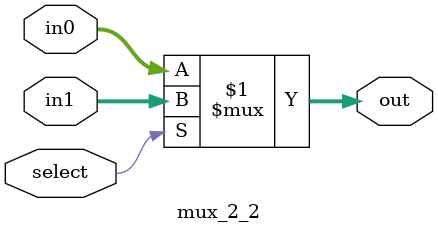
<source format=v>
module mux_2_2(out,select,in0,in1);
    input select;
    input [1:0] in0, in1;
    output [1:0] out;
    assign out = select ? in1 : in0;
endmodule
</source>
